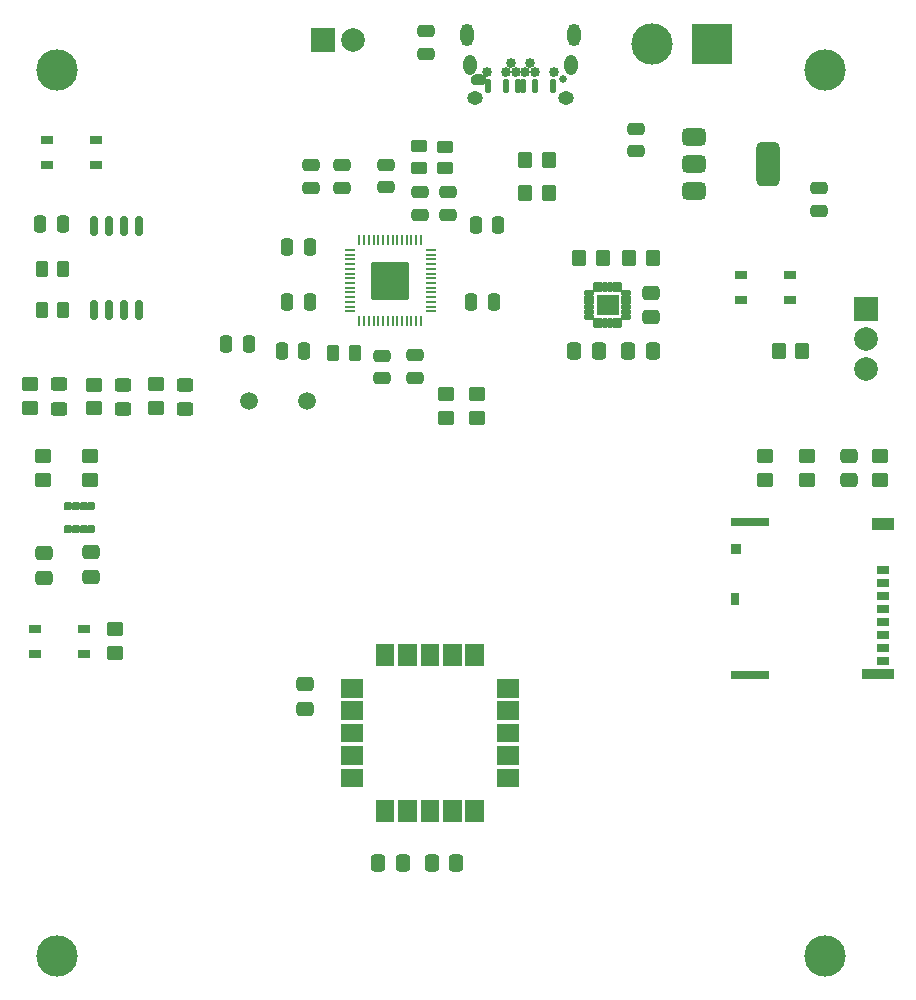
<source format=gts>
%TF.GenerationSoftware,KiCad,Pcbnew,9.0.1*%
%TF.CreationDate,2025-04-14T14:12:35-03:00*%
%TF.ProjectId,SRAD_computer,53524144-5f63-46f6-9d70-757465722e6b,rev?*%
%TF.SameCoordinates,Original*%
%TF.FileFunction,Soldermask,Top*%
%TF.FilePolarity,Negative*%
%FSLAX46Y46*%
G04 Gerber Fmt 4.6, Leading zero omitted, Abs format (unit mm)*
G04 Created by KiCad (PCBNEW 9.0.1) date 2025-04-14 14:12:35*
%MOMM*%
%LPD*%
G01*
G04 APERTURE LIST*
G04 Aperture macros list*
%AMRoundRect*
0 Rectangle with rounded corners*
0 $1 Rounding radius*
0 $2 $3 $4 $5 $6 $7 $8 $9 X,Y pos of 4 corners*
0 Add a 4 corners polygon primitive as box body*
4,1,4,$2,$3,$4,$5,$6,$7,$8,$9,$2,$3,0*
0 Add four circle primitives for the rounded corners*
1,1,$1+$1,$2,$3*
1,1,$1+$1,$4,$5*
1,1,$1+$1,$6,$7*
1,1,$1+$1,$8,$9*
0 Add four rect primitives between the rounded corners*
20,1,$1+$1,$2,$3,$4,$5,0*
20,1,$1+$1,$4,$5,$6,$7,0*
20,1,$1+$1,$6,$7,$8,$9,0*
20,1,$1+$1,$8,$9,$2,$3,0*%
G04 Aperture macros list end*
%ADD10C,0.010000*%
%ADD11C,3.500000*%
%ADD12R,3.330000X0.700000*%
%ADD13R,1.830000X1.140000*%
%ADD14R,2.800000X0.860000*%
%ADD15R,0.780000X1.050000*%
%ADD16R,0.930000X0.900000*%
%ADD17R,1.100000X0.700000*%
%ADD18O,1.104000X1.904000*%
%ADD19O,1.104000X1.704000*%
%ADD20O,1.354000X1.104000*%
%ADD21C,0.854000*%
%ADD22RoundRect,0.102000X0.150000X0.450000X-0.150000X0.450000X-0.150000X-0.450000X0.150000X-0.450000X0*%
%ADD23C,0.650000*%
%ADD24RoundRect,0.144000X-1.456000X-1.456000X1.456000X-1.456000X1.456000X1.456000X-1.456000X1.456000X0*%
%ADD25RoundRect,0.050000X-0.050000X-0.387500X0.050000X-0.387500X0.050000X0.387500X-0.050000X0.387500X0*%
%ADD26RoundRect,0.050000X-0.387500X-0.050000X0.387500X-0.050000X0.387500X0.050000X-0.387500X0.050000X0*%
%ADD27R,2.000000X2.000000*%
%ADD28C,2.000000*%
%ADD29RoundRect,0.250000X-0.450000X0.325000X-0.450000X-0.325000X0.450000X-0.325000X0.450000X0.325000X0*%
%ADD30RoundRect,0.250000X-0.475000X0.337500X-0.475000X-0.337500X0.475000X-0.337500X0.475000X0.337500X0*%
%ADD31RoundRect,0.250000X0.475000X-0.250000X0.475000X0.250000X-0.475000X0.250000X-0.475000X-0.250000X0*%
%ADD32RoundRect,0.250000X0.262500X0.450000X-0.262500X0.450000X-0.262500X-0.450000X0.262500X-0.450000X0*%
%ADD33RoundRect,0.250000X-0.450000X0.350000X-0.450000X-0.350000X0.450000X-0.350000X0.450000X0.350000X0*%
%ADD34C,1.500000*%
%ADD35RoundRect,0.250000X0.337500X0.475000X-0.337500X0.475000X-0.337500X-0.475000X0.337500X-0.475000X0*%
%ADD36RoundRect,0.250000X-0.475000X0.250000X-0.475000X-0.250000X0.475000X-0.250000X0.475000X0.250000X0*%
%ADD37RoundRect,0.250000X0.350000X0.450000X-0.350000X0.450000X-0.350000X-0.450000X0.350000X-0.450000X0*%
%ADD38RoundRect,0.375000X-0.625000X-0.375000X0.625000X-0.375000X0.625000X0.375000X-0.625000X0.375000X0*%
%ADD39RoundRect,0.500000X-0.500000X-1.400000X0.500000X-1.400000X0.500000X1.400000X-0.500000X1.400000X0*%
%ADD40RoundRect,0.250000X-0.450000X0.262500X-0.450000X-0.262500X0.450000X-0.262500X0.450000X0.262500X0*%
%ADD41RoundRect,0.162500X0.162500X-0.650000X0.162500X0.650000X-0.162500X0.650000X-0.162500X-0.650000X0*%
%ADD42RoundRect,0.250000X-0.350000X-0.450000X0.350000X-0.450000X0.350000X0.450000X-0.350000X0.450000X0*%
%ADD43RoundRect,0.250000X0.475000X-0.337500X0.475000X0.337500X-0.475000X0.337500X-0.475000X-0.337500X0*%
%ADD44RoundRect,0.250000X-0.337500X-0.475000X0.337500X-0.475000X0.337500X0.475000X-0.337500X0.475000X0*%
%ADD45RoundRect,0.250000X0.450000X-0.350000X0.450000X0.350000X-0.450000X0.350000X-0.450000X-0.350000X0*%
%ADD46RoundRect,0.250000X0.250000X0.475000X-0.250000X0.475000X-0.250000X-0.475000X0.250000X-0.475000X0*%
%ADD47RoundRect,0.053000X-0.369000X-0.159000X0.369000X-0.159000X0.369000X0.159000X-0.369000X0.159000X0*%
%ADD48RoundRect,0.053000X-0.159000X-0.369000X0.159000X-0.369000X0.159000X0.369000X-0.159000X0.369000X0*%
%ADD49RoundRect,0.102000X-0.850000X-0.770000X0.850000X-0.770000X0.850000X0.770000X-0.850000X0.770000X0*%
%ADD50R,3.500000X3.500000*%
%ADD51RoundRect,0.081750X0.245250X-0.265250X0.245250X0.265250X-0.245250X0.265250X-0.245250X-0.265250X0*%
%ADD52RoundRect,0.250000X-0.250000X-0.475000X0.250000X-0.475000X0.250000X0.475000X-0.250000X0.475000X0*%
%ADD53RoundRect,0.250000X-0.262500X-0.450000X0.262500X-0.450000X0.262500X0.450000X-0.262500X0.450000X0*%
%ADD54R,1.050000X0.650000*%
G04 APERTURE END LIST*
D10*
%TO.C,J7*%
X99177000Y-43216000D02*
X99199000Y-43217000D01*
X99221000Y-43220000D01*
X99243000Y-43224000D01*
X99265000Y-43229000D01*
X99286000Y-43236000D01*
X99307000Y-43243000D01*
X99328000Y-43252000D01*
X99348000Y-43261000D01*
X99368000Y-43272000D01*
X99386000Y-43284000D01*
X99405000Y-43296000D01*
X99422000Y-43310000D01*
X99439000Y-43324000D01*
X99456000Y-43339000D01*
X99471000Y-43356000D01*
X99485000Y-43373000D01*
X99499000Y-43390000D01*
X99511000Y-43409000D01*
X99523000Y-43428000D01*
X99534000Y-43447000D01*
X99543000Y-43467000D01*
X99552000Y-43488000D01*
X99559000Y-43509000D01*
X99566000Y-43530000D01*
X99571000Y-43552000D01*
X99575000Y-43574000D01*
X99578000Y-43596000D01*
X99579000Y-43618000D01*
X99580000Y-43640000D01*
X99579000Y-43662000D01*
X99578000Y-43684000D01*
X99575000Y-43706000D01*
X99571000Y-43728000D01*
X99566000Y-43750000D01*
X99559000Y-43771000D01*
X99552000Y-43792000D01*
X99543000Y-43813000D01*
X99534000Y-43833000D01*
X99523000Y-43852000D01*
X99511000Y-43871000D01*
X99499000Y-43890000D01*
X99485000Y-43907000D01*
X99471000Y-43924000D01*
X99456000Y-43941000D01*
X99439000Y-43956000D01*
X99422000Y-43970000D01*
X99405000Y-43984000D01*
X99386000Y-43996000D01*
X99368000Y-44008000D01*
X99348000Y-44019000D01*
X99328000Y-44028000D01*
X99307000Y-44037000D01*
X99286000Y-44044000D01*
X99265000Y-44051000D01*
X99243000Y-44056000D01*
X99221000Y-44060000D01*
X99199000Y-44063000D01*
X99177000Y-44064000D01*
X99155000Y-44065000D01*
X98805000Y-44065000D01*
X98783000Y-44064000D01*
X98761000Y-44063000D01*
X98739000Y-44060000D01*
X98717000Y-44056000D01*
X98695000Y-44051000D01*
X98674000Y-44044000D01*
X98653000Y-44037000D01*
X98632000Y-44028000D01*
X98612000Y-44019000D01*
X98593000Y-44008000D01*
X98574000Y-43996000D01*
X98555000Y-43984000D01*
X98538000Y-43970000D01*
X98521000Y-43956000D01*
X98504000Y-43941000D01*
X98489000Y-43924000D01*
X98475000Y-43907000D01*
X98461000Y-43890000D01*
X98449000Y-43871000D01*
X98437000Y-43852000D01*
X98426000Y-43833000D01*
X98417000Y-43813000D01*
X98408000Y-43792000D01*
X98401000Y-43771000D01*
X98394000Y-43750000D01*
X98389000Y-43728000D01*
X98385000Y-43706000D01*
X98382000Y-43684000D01*
X98381000Y-43662000D01*
X98380000Y-43640000D01*
X98381000Y-43618000D01*
X98382000Y-43596000D01*
X98385000Y-43574000D01*
X98389000Y-43552000D01*
X98394000Y-43530000D01*
X98401000Y-43509000D01*
X98408000Y-43488000D01*
X98417000Y-43467000D01*
X98426000Y-43447000D01*
X98437000Y-43428000D01*
X98449000Y-43409000D01*
X98461000Y-43390000D01*
X98475000Y-43373000D01*
X98489000Y-43356000D01*
X98504000Y-43339000D01*
X98521000Y-43324000D01*
X98538000Y-43310000D01*
X98555000Y-43296000D01*
X98574000Y-43284000D01*
X98593000Y-43272000D01*
X98612000Y-43261000D01*
X98632000Y-43252000D01*
X98653000Y-43243000D01*
X98674000Y-43236000D01*
X98695000Y-43229000D01*
X98717000Y-43224000D01*
X98739000Y-43220000D01*
X98761000Y-43217000D01*
X98783000Y-43216000D01*
X98805000Y-43215000D01*
X99155000Y-43215000D01*
X99177000Y-43216000D01*
G36*
X99177000Y-43216000D02*
G01*
X99199000Y-43217000D01*
X99221000Y-43220000D01*
X99243000Y-43224000D01*
X99265000Y-43229000D01*
X99286000Y-43236000D01*
X99307000Y-43243000D01*
X99328000Y-43252000D01*
X99348000Y-43261000D01*
X99368000Y-43272000D01*
X99386000Y-43284000D01*
X99405000Y-43296000D01*
X99422000Y-43310000D01*
X99439000Y-43324000D01*
X99456000Y-43339000D01*
X99471000Y-43356000D01*
X99485000Y-43373000D01*
X99499000Y-43390000D01*
X99511000Y-43409000D01*
X99523000Y-43428000D01*
X99534000Y-43447000D01*
X99543000Y-43467000D01*
X99552000Y-43488000D01*
X99559000Y-43509000D01*
X99566000Y-43530000D01*
X99571000Y-43552000D01*
X99575000Y-43574000D01*
X99578000Y-43596000D01*
X99579000Y-43618000D01*
X99580000Y-43640000D01*
X99579000Y-43662000D01*
X99578000Y-43684000D01*
X99575000Y-43706000D01*
X99571000Y-43728000D01*
X99566000Y-43750000D01*
X99559000Y-43771000D01*
X99552000Y-43792000D01*
X99543000Y-43813000D01*
X99534000Y-43833000D01*
X99523000Y-43852000D01*
X99511000Y-43871000D01*
X99499000Y-43890000D01*
X99485000Y-43907000D01*
X99471000Y-43924000D01*
X99456000Y-43941000D01*
X99439000Y-43956000D01*
X99422000Y-43970000D01*
X99405000Y-43984000D01*
X99386000Y-43996000D01*
X99368000Y-44008000D01*
X99348000Y-44019000D01*
X99328000Y-44028000D01*
X99307000Y-44037000D01*
X99286000Y-44044000D01*
X99265000Y-44051000D01*
X99243000Y-44056000D01*
X99221000Y-44060000D01*
X99199000Y-44063000D01*
X99177000Y-44064000D01*
X99155000Y-44065000D01*
X98805000Y-44065000D01*
X98783000Y-44064000D01*
X98761000Y-44063000D01*
X98739000Y-44060000D01*
X98717000Y-44056000D01*
X98695000Y-44051000D01*
X98674000Y-44044000D01*
X98653000Y-44037000D01*
X98632000Y-44028000D01*
X98612000Y-44019000D01*
X98593000Y-44008000D01*
X98574000Y-43996000D01*
X98555000Y-43984000D01*
X98538000Y-43970000D01*
X98521000Y-43956000D01*
X98504000Y-43941000D01*
X98489000Y-43924000D01*
X98475000Y-43907000D01*
X98461000Y-43890000D01*
X98449000Y-43871000D01*
X98437000Y-43852000D01*
X98426000Y-43833000D01*
X98417000Y-43813000D01*
X98408000Y-43792000D01*
X98401000Y-43771000D01*
X98394000Y-43750000D01*
X98389000Y-43728000D01*
X98385000Y-43706000D01*
X98382000Y-43684000D01*
X98381000Y-43662000D01*
X98380000Y-43640000D01*
X98381000Y-43618000D01*
X98382000Y-43596000D01*
X98385000Y-43574000D01*
X98389000Y-43552000D01*
X98394000Y-43530000D01*
X98401000Y-43509000D01*
X98408000Y-43488000D01*
X98417000Y-43467000D01*
X98426000Y-43447000D01*
X98437000Y-43428000D01*
X98449000Y-43409000D01*
X98461000Y-43390000D01*
X98475000Y-43373000D01*
X98489000Y-43356000D01*
X98504000Y-43339000D01*
X98521000Y-43324000D01*
X98538000Y-43310000D01*
X98555000Y-43296000D01*
X98574000Y-43284000D01*
X98593000Y-43272000D01*
X98612000Y-43261000D01*
X98632000Y-43252000D01*
X98653000Y-43243000D01*
X98674000Y-43236000D01*
X98695000Y-43229000D01*
X98717000Y-43224000D01*
X98739000Y-43220000D01*
X98761000Y-43217000D01*
X98783000Y-43216000D01*
X98805000Y-43215000D01*
X99155000Y-43215000D01*
X99177000Y-43216000D01*
G37*
%TO.C,U6*%
X89170000Y-95902984D02*
X87370000Y-95902984D01*
X87370000Y-94402984D01*
X89170000Y-94402984D01*
X89170000Y-95902984D01*
G36*
X89170000Y-95902984D02*
G01*
X87370000Y-95902984D01*
X87370000Y-94402984D01*
X89170000Y-94402984D01*
X89170000Y-95902984D01*
G37*
X89170000Y-97802984D02*
X87370000Y-97802984D01*
X87370000Y-96302984D01*
X89170000Y-96302984D01*
X89170000Y-97802984D01*
G36*
X89170000Y-97802984D02*
G01*
X87370000Y-97802984D01*
X87370000Y-96302984D01*
X89170000Y-96302984D01*
X89170000Y-97802984D01*
G37*
X89170000Y-99702984D02*
X87370000Y-99702984D01*
X87370000Y-98202984D01*
X89170000Y-98202984D01*
X89170000Y-99702984D01*
G36*
X89170000Y-99702984D02*
G01*
X87370000Y-99702984D01*
X87370000Y-98202984D01*
X89170000Y-98202984D01*
X89170000Y-99702984D01*
G37*
X89170000Y-101602984D02*
X87370000Y-101602984D01*
X87370000Y-100102984D01*
X89170000Y-100102984D01*
X89170000Y-101602984D01*
G36*
X89170000Y-101602984D02*
G01*
X87370000Y-101602984D01*
X87370000Y-100102984D01*
X89170000Y-100102984D01*
X89170000Y-101602984D01*
G37*
X89170000Y-103502984D02*
X87370000Y-103502984D01*
X87370000Y-102002984D01*
X89170000Y-102002984D01*
X89170000Y-103502984D01*
G36*
X89170000Y-103502984D02*
G01*
X87370000Y-103502984D01*
X87370000Y-102002984D01*
X89170000Y-102002984D01*
X89170000Y-103502984D01*
G37*
X91820000Y-93252984D02*
X90320000Y-93252984D01*
X90320000Y-91452984D01*
X91820000Y-91452984D01*
X91820000Y-93252984D01*
G36*
X91820000Y-93252984D02*
G01*
X90320000Y-93252984D01*
X90320000Y-91452984D01*
X91820000Y-91452984D01*
X91820000Y-93252984D01*
G37*
X91820000Y-106452984D02*
X90320000Y-106452984D01*
X90320000Y-104652984D01*
X91820000Y-104652984D01*
X91820000Y-106452984D01*
G36*
X91820000Y-106452984D02*
G01*
X90320000Y-106452984D01*
X90320000Y-104652984D01*
X91820000Y-104652984D01*
X91820000Y-106452984D01*
G37*
X93720000Y-93252984D02*
X92220000Y-93252984D01*
X92220000Y-91452984D01*
X93720000Y-91452984D01*
X93720000Y-93252984D01*
G36*
X93720000Y-93252984D02*
G01*
X92220000Y-93252984D01*
X92220000Y-91452984D01*
X93720000Y-91452984D01*
X93720000Y-93252984D01*
G37*
X93720000Y-106452984D02*
X92220000Y-106452984D01*
X92220000Y-104652984D01*
X93720000Y-104652984D01*
X93720000Y-106452984D01*
G36*
X93720000Y-106452984D02*
G01*
X92220000Y-106452984D01*
X92220000Y-104652984D01*
X93720000Y-104652984D01*
X93720000Y-106452984D01*
G37*
X95620000Y-93252984D02*
X94120000Y-93252984D01*
X94120000Y-91452984D01*
X95620000Y-91452984D01*
X95620000Y-93252984D01*
G36*
X95620000Y-93252984D02*
G01*
X94120000Y-93252984D01*
X94120000Y-91452984D01*
X95620000Y-91452984D01*
X95620000Y-93252984D01*
G37*
X95620000Y-106452984D02*
X94120000Y-106452984D01*
X94120000Y-104652984D01*
X95620000Y-104652984D01*
X95620000Y-106452984D01*
G36*
X95620000Y-106452984D02*
G01*
X94120000Y-106452984D01*
X94120000Y-104652984D01*
X95620000Y-104652984D01*
X95620000Y-106452984D01*
G37*
X97520000Y-93252984D02*
X96020000Y-93252984D01*
X96020000Y-91452984D01*
X97520000Y-91452984D01*
X97520000Y-93252984D01*
G36*
X97520000Y-93252984D02*
G01*
X96020000Y-93252984D01*
X96020000Y-91452984D01*
X97520000Y-91452984D01*
X97520000Y-93252984D01*
G37*
X97520000Y-106452984D02*
X96020000Y-106452984D01*
X96020000Y-104652984D01*
X97520000Y-104652984D01*
X97520000Y-106452984D01*
G36*
X97520000Y-106452984D02*
G01*
X96020000Y-106452984D01*
X96020000Y-104652984D01*
X97520000Y-104652984D01*
X97520000Y-106452984D01*
G37*
X99420000Y-93252984D02*
X97920000Y-93252984D01*
X97920000Y-91452984D01*
X99420000Y-91452984D01*
X99420000Y-93252984D01*
G36*
X99420000Y-93252984D02*
G01*
X97920000Y-93252984D01*
X97920000Y-91452984D01*
X99420000Y-91452984D01*
X99420000Y-93252984D01*
G37*
X99420000Y-106452984D02*
X97920000Y-106452984D01*
X97920000Y-104652984D01*
X99420000Y-104652984D01*
X99420000Y-106452984D01*
G36*
X99420000Y-106452984D02*
G01*
X97920000Y-106452984D01*
X97920000Y-104652984D01*
X99420000Y-104652984D01*
X99420000Y-106452984D01*
G37*
X102370000Y-95902984D02*
X100570000Y-95902984D01*
X100570000Y-94402984D01*
X102370000Y-94402984D01*
X102370000Y-95902984D01*
G36*
X102370000Y-95902984D02*
G01*
X100570000Y-95902984D01*
X100570000Y-94402984D01*
X102370000Y-94402984D01*
X102370000Y-95902984D01*
G37*
X102370000Y-97802984D02*
X100570000Y-97802984D01*
X100570000Y-96302984D01*
X102370000Y-96302984D01*
X102370000Y-97802984D01*
G36*
X102370000Y-97802984D02*
G01*
X100570000Y-97802984D01*
X100570000Y-96302984D01*
X102370000Y-96302984D01*
X102370000Y-97802984D01*
G37*
X102370000Y-99702984D02*
X100570000Y-99702984D01*
X100570000Y-98202984D01*
X102370000Y-98202984D01*
X102370000Y-99702984D01*
G36*
X102370000Y-99702984D02*
G01*
X100570000Y-99702984D01*
X100570000Y-98202984D01*
X102370000Y-98202984D01*
X102370000Y-99702984D01*
G37*
X102370000Y-101602984D02*
X100570000Y-101602984D01*
X100570000Y-100102984D01*
X102370000Y-100102984D01*
X102370000Y-101602984D01*
G36*
X102370000Y-101602984D02*
G01*
X100570000Y-101602984D01*
X100570000Y-100102984D01*
X102370000Y-100102984D01*
X102370000Y-101602984D01*
G37*
X102370000Y-103502984D02*
X100570000Y-103502984D01*
X100570000Y-102002984D01*
X102370000Y-102002984D01*
X102370000Y-103502984D01*
G36*
X102370000Y-103502984D02*
G01*
X100570000Y-103502984D01*
X100570000Y-102002984D01*
X102370000Y-102002984D01*
X102370000Y-103502984D01*
G37*
%TD*%
D11*
%TO.C,H1*%
X63380000Y-42822984D03*
%TD*%
%TO.C,H2*%
X128380000Y-42822984D03*
%TD*%
%TO.C,H3*%
X128380000Y-117822984D03*
%TD*%
%TO.C,H4*%
X63380000Y-117822984D03*
%TD*%
D12*
%TO.C,J2*%
X122045000Y-81085000D03*
D13*
X133295000Y-81305000D03*
D14*
X132810000Y-93965000D03*
D12*
X122045000Y-94045000D03*
D15*
X120770000Y-87660000D03*
D16*
X120845000Y-83395000D03*
D17*
X133310000Y-92885000D03*
X133310000Y-91785000D03*
X133310000Y-90685000D03*
X133310000Y-89585000D03*
X133310000Y-88485000D03*
X133310000Y-87385000D03*
X133310000Y-86285000D03*
X133310000Y-85185000D03*
%TD*%
D18*
%TO.C,J7*%
X98080000Y-39870000D03*
D19*
X98305000Y-42390000D03*
D20*
X98735000Y-45190000D03*
X106425000Y-45190000D03*
D19*
X106855000Y-42390000D03*
D18*
X107080000Y-39870000D03*
D21*
X105380000Y-42990000D03*
X103780000Y-42990000D03*
X103380000Y-42290000D03*
X102980000Y-42990000D03*
X102180000Y-42990000D03*
X101780000Y-42290000D03*
X101380000Y-42990000D03*
X99780000Y-42990000D03*
D22*
X99830000Y-44200000D03*
X101330000Y-44200000D03*
X102330000Y-44200000D03*
X102830000Y-44200000D03*
X103830000Y-44200000D03*
X105330000Y-44200000D03*
D23*
X98980000Y-43640000D03*
X106180000Y-43640000D03*
%TD*%
D24*
%TO.C,U3*%
X91550000Y-60687836D03*
D25*
X88950000Y-57250336D03*
X89350000Y-57250336D03*
X89750000Y-57250336D03*
X90150000Y-57250336D03*
X90550000Y-57250336D03*
X90950000Y-57250336D03*
X91350000Y-57250336D03*
X91750000Y-57250336D03*
X92150000Y-57250336D03*
X92550000Y-57250336D03*
X92950000Y-57250336D03*
X93350000Y-57250336D03*
X93750000Y-57250336D03*
X94150000Y-57250336D03*
D26*
X94987500Y-58087836D03*
X94987500Y-58487836D03*
X94987500Y-58887836D03*
X94987500Y-59287836D03*
X94987500Y-59687836D03*
X94987500Y-60087836D03*
X94987500Y-60487836D03*
X94987500Y-60887836D03*
X94987500Y-61287836D03*
X94987500Y-61687836D03*
X94987500Y-62087836D03*
X94987500Y-62487836D03*
X94987500Y-62887836D03*
X94987500Y-63287836D03*
D25*
X94150000Y-64125336D03*
X93750000Y-64125336D03*
X93350000Y-64125336D03*
X92950000Y-64125336D03*
X92550000Y-64125336D03*
X92150000Y-64125336D03*
X91750000Y-64125336D03*
X91350000Y-64125336D03*
X90950000Y-64125336D03*
X90550000Y-64125336D03*
X90150000Y-64125336D03*
X89750000Y-64125336D03*
X89350000Y-64125336D03*
X88950000Y-64125336D03*
D26*
X88112500Y-63287836D03*
X88112500Y-62887836D03*
X88112500Y-62487836D03*
X88112500Y-62087836D03*
X88112500Y-61687836D03*
X88112500Y-61287836D03*
X88112500Y-60887836D03*
X88112500Y-60487836D03*
X88112500Y-60087836D03*
X88112500Y-59687836D03*
X88112500Y-59287836D03*
X88112500Y-58887836D03*
X88112500Y-58487836D03*
X88112500Y-58087836D03*
%TD*%
D27*
%TO.C,J5*%
X131810000Y-63105000D03*
D28*
X131810000Y-65645000D03*
X131810000Y-68185000D03*
%TD*%
D27*
%TO.C,J1*%
X85860000Y-40270000D03*
D28*
X88400000Y-40270000D03*
%TD*%
D29*
%TO.C,D2*%
X68908000Y-69502984D03*
X68908000Y-71552984D03*
%TD*%
D30*
%TO.C,C_BME_VDDIO1*%
X66190707Y-83678691D03*
X66190707Y-85753691D03*
%TD*%
D31*
%TO.C,C8*%
X94100000Y-55112836D03*
X94100000Y-53212836D03*
%TD*%
D32*
%TO.C,R2*%
X63880859Y-59723927D03*
X62055859Y-59723927D03*
%TD*%
D33*
%TO.C,R15*%
X133050000Y-75542984D03*
X133050000Y-77542984D03*
%TD*%
D31*
%TO.C,C10*%
X96470000Y-55112836D03*
X96470000Y-53212836D03*
%TD*%
%TO.C,C1*%
X112330000Y-49732836D03*
X112330000Y-47832836D03*
%TD*%
D33*
%TO.C,R13*%
X123303333Y-75552984D03*
X123303333Y-77552984D03*
%TD*%
D34*
%TO.C,Y1*%
X79590000Y-70882984D03*
X84470000Y-70882984D03*
%TD*%
D33*
%TO.C,R_BME_SDA1*%
X62170707Y-75566191D03*
X62170707Y-77566191D03*
%TD*%
%TO.C,R16*%
X68290000Y-90170000D03*
X68290000Y-92170000D03*
%TD*%
D35*
%TO.C,C_VDDIO_MPU1*%
X109200000Y-66622984D03*
X107125000Y-66622984D03*
%TD*%
D36*
%TO.C,C4*%
X127880000Y-52852836D03*
X127880000Y-54752836D03*
%TD*%
D37*
%TO.C,R_BL2*%
X104980000Y-53230000D03*
X102980000Y-53230000D03*
%TD*%
D38*
%TO.C,U1*%
X117230000Y-48500336D03*
X117230000Y-50800336D03*
D39*
X123530000Y-50800336D03*
D38*
X117230000Y-53100336D03*
%TD*%
D33*
%TO.C,R_BME_SCL1*%
X66160707Y-75546191D03*
X66160707Y-77546191D03*
%TD*%
D40*
%TO.C,R3*%
X93990000Y-49325336D03*
X93990000Y-51150336D03*
%TD*%
D35*
%TO.C,C_SAM_VCCIO1*%
X92620000Y-109952984D03*
X90545000Y-109952984D03*
%TD*%
D33*
%TO.C,R9*%
X71710000Y-69465484D03*
X71710000Y-71465484D03*
%TD*%
D41*
%TO.C,U2*%
X66454747Y-63201427D03*
X67724747Y-63201427D03*
X68994747Y-63201427D03*
X70264747Y-63201427D03*
X70264747Y-56026427D03*
X68994747Y-56026427D03*
X67724747Y-56026427D03*
X66454747Y-56026427D03*
%TD*%
D33*
%TO.C,R10*%
X66440000Y-69482984D03*
X66440000Y-71482984D03*
%TD*%
D42*
%TO.C,R_BL1*%
X102980000Y-50460000D03*
X104980000Y-50460000D03*
%TD*%
D29*
%TO.C,D1*%
X74178000Y-69485484D03*
X74178000Y-71535484D03*
%TD*%
D30*
%TO.C,C18*%
X130356666Y-75515484D03*
X130356666Y-77590484D03*
%TD*%
D36*
%TO.C,C6*%
X93610000Y-67022836D03*
X93610000Y-68922836D03*
%TD*%
D43*
%TO.C,C_VDD_MPU1*%
X113642500Y-63770484D03*
X113642500Y-61695484D03*
%TD*%
D29*
%TO.C,D3*%
X63528000Y-69465484D03*
X63528000Y-71515484D03*
%TD*%
D44*
%TO.C,C_MPU_REG1*%
X111705000Y-66622984D03*
X113780000Y-66622984D03*
%TD*%
D45*
%TO.C,R_SAM_SDA1*%
X98880000Y-72322984D03*
X98880000Y-70322984D03*
%TD*%
D36*
%TO.C,C17*%
X94570000Y-39582836D03*
X94570000Y-41482836D03*
%TD*%
D46*
%TO.C,C14*%
X84730000Y-62522984D03*
X82830000Y-62522984D03*
%TD*%
D47*
%TO.C,U5*%
X108410000Y-61732984D03*
X108410000Y-62132984D03*
X108410000Y-62532984D03*
X108410000Y-62932984D03*
X108410000Y-63332984D03*
X108410000Y-63732984D03*
D48*
X108955000Y-64277984D03*
X109355000Y-64277984D03*
X109755000Y-64277984D03*
X110155000Y-64277984D03*
X110555000Y-64277984D03*
X110955000Y-64277984D03*
D47*
X111500000Y-63732984D03*
X111500000Y-63332984D03*
X111500000Y-62932984D03*
X111500000Y-62532984D03*
X111500000Y-62132984D03*
X111500000Y-61732984D03*
D48*
X110955000Y-61187984D03*
X110555000Y-61187984D03*
X110155000Y-61187984D03*
X109755000Y-61187984D03*
X109355000Y-61187984D03*
X108955000Y-61187984D03*
D49*
X109955000Y-62732984D03*
%TD*%
D30*
%TO.C,C_BME_VDD1*%
X62200707Y-83758691D03*
X62200707Y-85833691D03*
%TD*%
D43*
%TO.C,C_SAM_VCC1*%
X84370000Y-96952984D03*
X84370000Y-94877984D03*
%TD*%
D40*
%TO.C,R4*%
X96210000Y-49345336D03*
X96210000Y-51170336D03*
%TD*%
D37*
%TO.C,R_MPU_SCL1*%
X113760000Y-58782984D03*
X111760000Y-58782984D03*
%TD*%
D32*
%TO.C,R1*%
X63859747Y-63183927D03*
X62034747Y-63183927D03*
%TD*%
D37*
%TO.C,R_MPU_SDA1*%
X109530000Y-58772984D03*
X107530000Y-58772984D03*
%TD*%
D36*
%TO.C,C13*%
X90820000Y-67062836D03*
X90820000Y-68962836D03*
%TD*%
D46*
%TO.C,C15*%
X84730000Y-57872984D03*
X82830000Y-57872984D03*
%TD*%
D42*
%TO.C,R12*%
X124450000Y-66632984D03*
X126450000Y-66632984D03*
%TD*%
D31*
%TO.C,C7*%
X84830000Y-52822984D03*
X84830000Y-50922984D03*
%TD*%
D33*
%TO.C,R11*%
X61060000Y-69445484D03*
X61060000Y-71445484D03*
%TD*%
D50*
%TO.C,J4*%
X118770000Y-40642836D03*
D11*
X113690000Y-40642836D03*
%TD*%
D51*
%TO.C,U4*%
X64290707Y-79801191D03*
X64940707Y-79801191D03*
X65590707Y-79801191D03*
X66240707Y-79801191D03*
X66240707Y-81741191D03*
X65590707Y-81741191D03*
X64940707Y-81741191D03*
X64290707Y-81741191D03*
%TD*%
D52*
%TO.C,C11*%
X98810000Y-55940000D03*
X100710000Y-55940000D03*
%TD*%
D45*
%TO.C,R_SAM_SCL1*%
X96280000Y-72322984D03*
X96280000Y-70322984D03*
%TD*%
D53*
%TO.C,R5*%
X86717500Y-66822984D03*
X88542500Y-66822984D03*
%TD*%
D52*
%TO.C,C12*%
X98430000Y-62522984D03*
X100330000Y-62522984D03*
%TD*%
D46*
%TO.C,C2*%
X84250000Y-66672984D03*
X82350000Y-66672984D03*
%TD*%
D31*
%TO.C,C9*%
X91160000Y-52792836D03*
X91160000Y-50892836D03*
%TD*%
D44*
%TO.C,C_SAM_VBCKP1*%
X95082500Y-109952984D03*
X97157500Y-109952984D03*
%TD*%
D46*
%TO.C,C3*%
X79590000Y-66022984D03*
X77690000Y-66022984D03*
%TD*%
D33*
%TO.C,R14*%
X126830000Y-75552984D03*
X126830000Y-77552984D03*
%TD*%
D46*
%TO.C,C5*%
X63838359Y-55853927D03*
X61938359Y-55853927D03*
%TD*%
D31*
%TO.C,C16*%
X87480000Y-52822984D03*
X87480000Y-50922984D03*
%TD*%
D54*
%TO.C,S3*%
X66635000Y-50935000D03*
X62485000Y-50935000D03*
X66635000Y-48785000D03*
X62485000Y-48785000D03*
%TD*%
%TO.C,S2*%
X65600000Y-92310000D03*
X61450000Y-92310000D03*
X65600000Y-90160000D03*
X61450000Y-90160000D03*
%TD*%
%TO.C,S1*%
X121280000Y-60172984D03*
X125430000Y-60172984D03*
X121280000Y-62322984D03*
X125430000Y-62322984D03*
%TD*%
M02*

</source>
